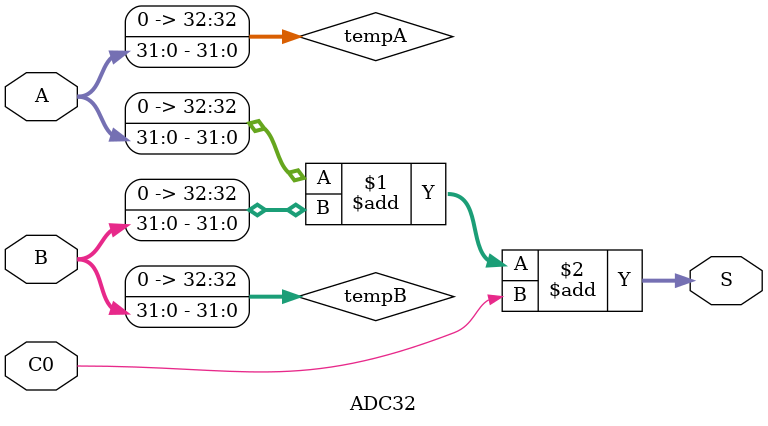
<source format=v>
`timescale 1ns / 1ps
module ADC32(
		input [31:0] A,
		input [31:0] B,
		input C0,
		output [32:0] S
    );
	 
	 wire [32:0] tempA = {1'b0, A[31:0]};
	 wire [32:0] tempB = {1'b0, B[31:0]};
	 
	 assign S = tempA + tempB + C0;

endmodule

</source>
